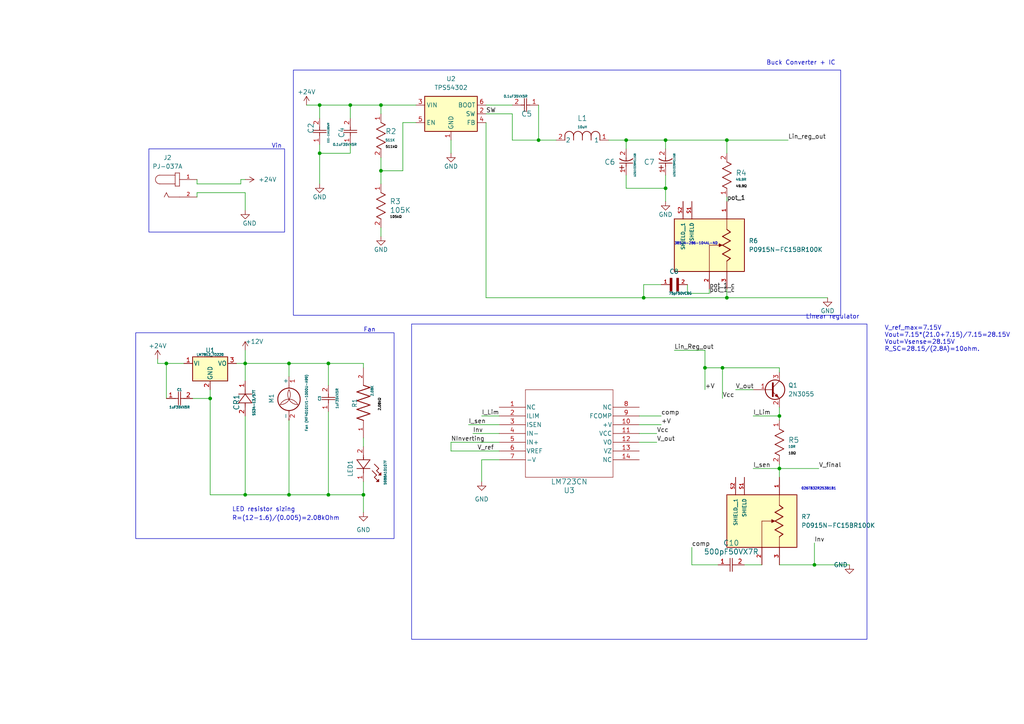
<source format=kicad_sch>
(kicad_sch (version 20230121) (generator eeschema)
  (paper "A4")
  (lib_symbols
    (symbol "2024-01-11_15-29-09:LM723CN" (pin_names (offset 0.254))
      (property "Reference" "U" (at 20.32 10.16 0))
      (property "Value" "LM723CN" (at 20.32 7.62 0))
      (symbol "LM723CN_0_1"
        (polyline (pts (xy 7.62 -20.32) (xy 33.02 -20.32)) (stroke (width 0.127)))
        (polyline (pts (xy 7.62 5.08) (xy 7.62 -20.32)) (stroke (width 0.127)))
        (polyline (pts (xy 33.02 -20.32) (xy 33.02 5.08)) (stroke (width 0.127)))
        (polyline (pts (xy 33.02 5.08) (xy 7.62 5.08)) (stroke (width 0.127)))
        (pin unspecified line (at 0 0 0) (length 7.62) (name "NC") (number "1"))
        (pin power_in line (at 40.64 -5.08 180) (length 7.62) (name "+V") (number "10"))
        (pin power_in line (at 40.64 -7.62 180) (length 7.62) (name "VCC") (number "11"))
        (pin output line (at 40.64 -10.16 180) (length 7.62) (name "VO") (number "12"))
        (pin unspecified line (at 40.64 -12.7 180) (length 7.62) (name "VZ") (number "13"))
        (pin unspecified line (at 40.64 -15.24 180) (length 7.62) (name "NC") (number "14"))
        (pin input line (at 0 -2.54 0) (length 7.62) (name "ILIM") (number "2"))
        (pin unspecified line (at 0 -5.08 0) (length 7.62) (name "ISEN") (number "3"))
        (pin input line (at 0 -7.62 0) (length 7.62) (name "IN-") (number "4"))
        (pin input line (at 0 -10.16 0) (length 7.62) (name "IN+") (number "5"))
        (pin output line (at 0 -12.7 0) (length 7.62) (name "VREF") (number "6"))
        (pin power_in line (at 0 -15.24 0) (length 7.62) (name "-V") (number "7"))
        (pin unspecified line (at 40.64 0 180) (length 7.62) (name "NC") (number "8"))
        (pin unspecified line (at 40.64 -2.54 180) (length 7.62) (name "FCOMP") (number "9"))
      )
    )
    (symbol "2024-01-12_20-03-25:SS34-E3_57T" (pin_names (offset 0.254))
      (property "Reference" "CR" (at 5.08 4.445 0))
      (property "Value" "SS34-E3/57T" (at 5.08 -3.81 0))
      (symbol "SS34-E3_57T_1_1"
        (polyline (pts (xy 2.54 0) (xy 3.4798 0)) (stroke (width 0.2032)))
        (polyline (pts (xy 3.175 0) (xy 3.81 0)) (stroke (width 0.2032)))
        (polyline (pts (xy 3.81 -1.905) (xy 6.35 0)) (stroke (width 0.2032)))
        (polyline (pts (xy 3.81 1.905) (xy 3.81 -1.905)) (stroke (width 0.2032)))
        (polyline (pts (xy 6.35 -1.905) (xy 6.35 1.905)) (stroke (width 0.2032)))
        (polyline (pts (xy 6.35 0) (xy 3.81 1.905)) (stroke (width 0.2032)))
        (polyline (pts (xy 6.35 0) (xy 7.62 0)) (stroke (width 0.2032)))
        (pin unspecified line (at 10.16 0 180) (length 2.54) (name "") (number "1"))
        (pin unspecified line (at 0 0 0) (length 2.54) (name "") (number "2"))
      )
      (symbol "SS34-E3_57T_1_2"
        (polyline (pts (xy -1.905 3.81) (xy 1.905 3.81)) (stroke (width 0.2032)))
        (polyline (pts (xy 0 2.54) (xy 0 3.4798)) (stroke (width 0.2032)))
        (polyline (pts (xy 0 3.175) (xy 0 3.81)) (stroke (width 0.2032)))
        (polyline (pts (xy 0 6.35) (xy -1.905 3.81)) (stroke (width 0.2032)))
        (polyline (pts (xy 0 6.35) (xy 0 7.62)) (stroke (width 0.2032)))
        (polyline (pts (xy 1.905 3.81) (xy 0 6.35)) (stroke (width 0.2032)))
        (polyline (pts (xy 1.905 6.35) (xy -1.905 6.35)) (stroke (width 0.2032)))
        (pin unspecified line (at 0 10.16 270) (length 2.54) (name "") (number "1"))
        (pin unspecified line (at 0 0 90) (length 2.54) (name "") (number "2"))
      )
    )
    (symbol "2024-01-12_21-49-38:CL10A105KL8NNNC" (pin_names (offset 0.254))
      (property "Reference" "C" (at 3.81 3.81 0))
      (property "Value" "CL10A105KL8NNNC" (at 3.81 -3.81 0))
      (symbol "CL10A105KL8NNNC_1_1"
        (polyline (pts (xy 2.54 0) (xy 3.4798 0)) (stroke (width 0.2032)))
        (polyline (pts (xy 3.4798 -1.905) (xy 3.4798 1.905)) (stroke (width 0.2032)))
        (polyline (pts (xy 4.1148 -1.905) (xy 4.1148 1.905)) (stroke (width 0.2032)))
        (polyline (pts (xy 4.1148 0) (xy 5.08 0)) (stroke (width 0.2032)))
        (pin unspecified line (at 0 0 0) (length 2.54) (name "") (number "1"))
        (pin unspecified line (at 7.62 0 180) (length 2.54) (name "") (number "2"))
      )
      (symbol "CL10A105KL8NNNC_1_2"
        (polyline (pts (xy -1.905 -4.1148) (xy 1.905 -4.1148)) (stroke (width 0.2032)))
        (polyline (pts (xy -1.905 -3.4798) (xy 1.905 -3.4798)) (stroke (width 0.2032)))
        (polyline (pts (xy 0 -4.1148) (xy 0 -5.08)) (stroke (width 0.2032)))
        (polyline (pts (xy 0 -2.54) (xy 0 -3.4798)) (stroke (width 0.2032)))
        (pin unspecified line (at 0 0 270) (length 2.54) (name "") (number "1"))
        (pin unspecified line (at 0 -7.62 90) (length 2.54) (name "") (number "2"))
      )
    )
    (symbol "2024-01-12_22-04-38:5988A10107F" (pin_names (offset 0.254))
      (property "Reference" "LED" (at 5.08 -4.445 0))
      (property "Value" "5988A10107F" (at 5.08 -7.62 0))
      (symbol "5988A10107F_1_1"
        (polyline (pts (xy 2.54 0) (xy 3.4798 0)) (stroke (width 0.2032)))
        (polyline (pts (xy 3.175 0) (xy 3.81 0)) (stroke (width 0.2032)))
        (polyline (pts (xy 3.81 -1.905) (xy 6.35 0)) (stroke (width 0.2032)))
        (polyline (pts (xy 3.81 1.905) (xy 3.81 -1.905)) (stroke (width 0.2032)))
        (polyline (pts (xy 5.08 3.175) (xy 6.35 4.445)) (stroke (width 0.2032)))
        (polyline (pts (xy 6.35 -1.905) (xy 6.35 1.905)) (stroke (width 0.2032)))
        (polyline (pts (xy 6.35 0) (xy 3.81 1.905)) (stroke (width 0.2032)))
        (polyline (pts (xy 6.35 0) (xy 7.62 0)) (stroke (width 0.2032)))
        (polyline (pts (xy 6.35 4.445) (xy 6.985 3.81)) (stroke (width 0.2032)))
        (polyline (pts (xy 6.985 2.54) (xy 8.255 3.81)) (stroke (width 0.2032)))
        (polyline (pts (xy 6.985 3.81) (xy 8.255 5.08)) (stroke (width 0.2032)))
        (polyline (pts (xy 7.62 5.08) (xy 8.255 4.445)) (stroke (width 0.2032)))
        (polyline (pts (xy 8.255 3.81) (xy 8.89 3.175)) (stroke (width 0.2032)))
        (polyline (pts (xy 8.255 4.445) (xy 8.255 5.08)) (stroke (width 0.2032)))
        (polyline (pts (xy 8.255 5.08) (xy 7.62 5.08)) (stroke (width 0.2032)))
        (polyline (pts (xy 8.89 3.175) (xy 10.16 4.445)) (stroke (width 0.2032)))
        (polyline (pts (xy 9.525 4.445) (xy 10.16 3.81)) (stroke (width 0.2032)))
        (polyline (pts (xy 10.16 3.81) (xy 10.16 4.445)) (stroke (width 0.2032)))
        (polyline (pts (xy 10.16 4.445) (xy 9.525 4.445)) (stroke (width 0.2032)))
        (pin unspecified line (at 10.16 0 180) (length 2.54) (name "") (number "1"))
        (pin unspecified line (at 0 0 0) (length 2.54) (name "") (number "2"))
      )
      (symbol "5988A10107F_1_2"
        (polyline (pts (xy -5.08 7.62) (xy -4.445 8.255)) (stroke (width 0.2032)))
        (polyline (pts (xy -5.08 8.255) (xy -5.08 7.62)) (stroke (width 0.2032)))
        (polyline (pts (xy -4.445 6.35) (xy -3.81 6.985)) (stroke (width 0.2032)))
        (polyline (pts (xy -4.445 8.255) (xy -5.08 8.255)) (stroke (width 0.2032)))
        (polyline (pts (xy -4.445 9.525) (xy -3.81 10.16)) (stroke (width 0.2032)))
        (polyline (pts (xy -4.445 10.16) (xy -4.445 9.525)) (stroke (width 0.2032)))
        (polyline (pts (xy -3.81 6.985) (xy -5.08 8.255)) (stroke (width 0.2032)))
        (polyline (pts (xy -3.81 8.255) (xy -3.175 8.89)) (stroke (width 0.2032)))
        (polyline (pts (xy -3.81 10.16) (xy -4.445 10.16)) (stroke (width 0.2032)))
        (polyline (pts (xy -3.175 5.08) (xy -4.445 6.35)) (stroke (width 0.2032)))
        (polyline (pts (xy -3.175 8.89) (xy -4.445 10.16)) (stroke (width 0.2032)))
        (polyline (pts (xy -2.54 6.985) (xy -3.81 8.255)) (stroke (width 0.2032)))
        (polyline (pts (xy -1.905 3.81) (xy 1.905 3.81)) (stroke (width 0.2032)))
        (polyline (pts (xy 0 2.54) (xy 0 3.4798)) (stroke (width 0.2032)))
        (polyline (pts (xy 0 3.175) (xy 0 3.81)) (stroke (width 0.2032)))
        (polyline (pts (xy 0 6.35) (xy -1.905 3.81)) (stroke (width 0.2032)))
        (polyline (pts (xy 0 6.35) (xy 0 7.62)) (stroke (width 0.2032)))
        (polyline (pts (xy 1.905 3.81) (xy 0 6.35)) (stroke (width 0.2032)))
        (polyline (pts (xy 1.905 6.35) (xy -1.905 6.35)) (stroke (width 0.2032)))
        (pin unspecified line (at 0 10.16 270) (length 2.54) (name "") (number "1"))
        (pin unspecified line (at 0 0 90) (length 2.54) (name "") (number "2"))
      )
    )
    (symbol "2024-01-13_04-36-22:GRM033R6YA104KE14D" (pin_names (offset 0.254))
      (property "Reference" "C" (at 3.81 3.81 0))
      (property "Value" "GRM033R6YA104KE14D" (at 3.81 -3.81 0))
      (symbol "GRM033R6YA104KE14D_1_1"
        (polyline (pts (xy 2.54 0) (xy 3.4798 0)) (stroke (width 0.2032)))
        (polyline (pts (xy 3.4798 -1.905) (xy 3.4798 1.905)) (stroke (width 0.2032)))
        (polyline (pts (xy 4.1148 -1.905) (xy 4.1148 1.905)) (stroke (width 0.2032)))
        (polyline (pts (xy 4.1148 0) (xy 5.08 0)) (stroke (width 0.2032)))
        (pin unspecified line (at 0 0 0) (length 2.54) (name "") (number "1"))
        (pin unspecified line (at 7.62 0 180) (length 2.54) (name "") (number "2"))
      )
      (symbol "GRM033R6YA104KE14D_1_2"
        (polyline (pts (xy -1.905 -4.1148) (xy 1.905 -4.1148)) (stroke (width 0.2032)))
        (polyline (pts (xy -1.905 -3.4798) (xy 1.905 -3.4798)) (stroke (width 0.2032)))
        (polyline (pts (xy 0 -4.1148) (xy 0 -5.08)) (stroke (width 0.2032)))
        (polyline (pts (xy 0 -2.54) (xy 0 -3.4798)) (stroke (width 0.2032)))
        (pin unspecified line (at 0 0 270) (length 2.54) (name "") (number "1"))
        (pin unspecified line (at 0 -7.62 90) (length 2.54) (name "") (number "2"))
      )
    )
    (symbol "2024-01-13_04-51-38:RC0603FR-07105KL" (pin_names (offset 0.254))
      (property "Reference" "R" (at 5.715 3.81 0))
      (property "Value" "RC0603FR-07105KL" (at 6.35 -3.81 0))
      (symbol "RC0603FR-07105KL_1_1"
        (polyline (pts (xy 2.54 0) (xy 3.175 1.27)) (stroke (width 0.2032)))
        (polyline (pts (xy 3.175 1.27) (xy 4.445 -1.27)) (stroke (width 0.2032)))
        (polyline (pts (xy 4.445 -1.27) (xy 5.715 1.27)) (stroke (width 0.2032)))
        (polyline (pts (xy 5.715 1.27) (xy 6.985 -1.27)) (stroke (width 0.2032)))
        (polyline (pts (xy 6.985 -1.27) (xy 8.255 1.27)) (stroke (width 0.2032)))
        (polyline (pts (xy 8.255 1.27) (xy 9.525 -1.27)) (stroke (width 0.2032)))
        (polyline (pts (xy 9.525 -1.27) (xy 10.16 0)) (stroke (width 0.2032)))
        (pin unspecified line (at 12.7 0 180) (length 2.54) (name "") (number "1"))
        (pin unspecified line (at 0 0 0) (length 2.54) (name "") (number "2"))
      )
      (symbol "RC0603FR-07105KL_1_2"
        (polyline (pts (xy -1.27 3.175) (xy 1.27 4.445)) (stroke (width 0.2032)))
        (polyline (pts (xy -1.27 5.715) (xy 1.27 6.985)) (stroke (width 0.2032)))
        (polyline (pts (xy -1.27 8.255) (xy 1.27 9.525)) (stroke (width 0.2032)))
        (polyline (pts (xy 0 2.54) (xy -1.27 3.175)) (stroke (width 0.2032)))
        (polyline (pts (xy 1.27 4.445) (xy -1.27 5.715)) (stroke (width 0.2032)))
        (polyline (pts (xy 1.27 6.985) (xy -1.27 8.255)) (stroke (width 0.2032)))
        (polyline (pts (xy 1.27 9.525) (xy 0 10.16)) (stroke (width 0.2032)))
        (pin unspecified line (at 0 12.7 270) (length 2.54) (name "") (number "1"))
        (pin unspecified line (at 0 0 90) (length 2.54) (name "") (number "2"))
      )
    )
    (symbol "2024-01-13_05-33-46:AMRU00060630100MA1" (pin_names (offset 0.254))
      (property "Reference" "L" (at 6.985 5.08 0))
      (property "Value" "AMRU00060630100MA1" (at 6.985 -2.54 0))
      (symbol "AMRU00060630100MA1_1_1"
        (polyline (pts (xy 2.54 0) (xy 2.54 1.27)) (stroke (width 0.2032)))
        (polyline (pts (xy 5.08 0) (xy 5.08 1.27)) (stroke (width 0.2032)))
        (polyline (pts (xy 7.62 0) (xy 7.62 1.27)) (stroke (width 0.2032)))
        (polyline (pts (xy 10.16 0) (xy 10.16 1.27)) (stroke (width 0.2032)))
        (polyline (pts (xy 12.7 0) (xy 12.7 1.27)) (stroke (width 0.2032)))
        (arc (start 5.08 1.27) (mid 3.81 2.5345) (end 2.54 1.27) (stroke (width 0.2032)))
        (arc (start 7.62 1.27) (mid 6.35 2.5345) (end 5.08 1.27) (stroke (width 0.2032)))
        (arc (start 10.16 1.27) (mid 8.89 2.5345) (end 7.62 1.27) (stroke (width 0.2032)))
        (arc (start 12.7 1.27) (mid 11.43 2.5345) (end 10.16 1.27) (stroke (width 0.2032)))
        (pin unspecified line (at 15.24 0 180) (length 2.54) (name "1") (number "1"))
        (pin unspecified line (at 0 0 0) (length 2.54) (name "2") (number "2"))
      )
      (symbol "AMRU00060630100MA1_1_2"
        (arc (start -1.27 5.08) (mid -2.5345 3.81) (end -1.27 2.54) (stroke (width 0.2032)))
        (arc (start -1.27 7.62) (mid -2.5345 6.35) (end -1.27 5.08) (stroke (width 0.2032)))
        (arc (start -1.27 10.16) (mid -2.5345 8.89) (end -1.27 7.62) (stroke (width 0.2032)))
        (arc (start -1.27 12.7) (mid -2.5345 11.43) (end -1.27 10.16) (stroke (width 0.2032)))
        (polyline (pts (xy 0 2.54) (xy -1.27 2.54)) (stroke (width 0.2032)))
        (polyline (pts (xy 0 5.08) (xy -1.27 5.08)) (stroke (width 0.2032)))
        (polyline (pts (xy 0 7.62) (xy -1.27 7.62)) (stroke (width 0.2032)))
        (polyline (pts (xy 0 10.16) (xy -1.27 10.16)) (stroke (width 0.2032)))
        (polyline (pts (xy 0 12.7) (xy -1.27 12.7)) (stroke (width 0.2032)))
        (pin unspecified line (at 0 15.24 270) (length 2.54) (name "1") (number "1"))
        (pin unspecified line (at 0 0 90) (length 2.54) (name "2") (number "2"))
      )
    )
    (symbol "2024-01-14_16-06-42:RC0603FR-07511KL" (pin_names (offset 0.254))
      (property "Reference" "R" (at 5.715 3.81 0))
      (property "Value" "RC0603FR-07511KL" (at 6.35 -3.81 0))
      (symbol "RC0603FR-07511KL_1_1"
        (polyline (pts (xy 2.54 0) (xy 3.175 1.27)) (stroke (width 0.2032)))
        (polyline (pts (xy 3.175 1.27) (xy 4.445 -1.27)) (stroke (width 0.2032)))
        (polyline (pts (xy 4.445 -1.27) (xy 5.715 1.27)) (stroke (width 0.2032)))
        (polyline (pts (xy 5.715 1.27) (xy 6.985 -1.27)) (stroke (width 0.2032)))
        (polyline (pts (xy 6.985 -1.27) (xy 8.255 1.27)) (stroke (width 0.2032)))
        (polyline (pts (xy 8.255 1.27) (xy 9.525 -1.27)) (stroke (width 0.2032)))
        (polyline (pts (xy 9.525 -1.27) (xy 10.16 0)) (stroke (width 0.2032)))
        (pin unspecified line (at 12.7 0 180) (length 2.54) (name "") (number "1"))
        (pin unspecified line (at 0 0 0) (length 2.54) (name "") (number "2"))
      )
      (symbol "RC0603FR-07511KL_1_2"
        (polyline (pts (xy -1.27 3.175) (xy 1.27 4.445)) (stroke (width 0.2032)))
        (polyline (pts (xy -1.27 5.715) (xy 1.27 6.985)) (stroke (width 0.2032)))
        (polyline (pts (xy -1.27 8.255) (xy 1.27 9.525)) (stroke (width 0.2032)))
        (polyline (pts (xy 0 2.54) (xy -1.27 3.175)) (stroke (width 0.2032)))
        (polyline (pts (xy 1.27 4.445) (xy -1.27 5.715)) (stroke (width 0.2032)))
        (polyline (pts (xy 1.27 6.985) (xy -1.27 8.255)) (stroke (width 0.2032)))
        (polyline (pts (xy 1.27 9.525) (xy 0 10.16)) (stroke (width 0.2032)))
        (pin unspecified line (at 0 12.7 270) (length 2.54) (name "") (number "1"))
        (pin unspecified line (at 0 0 90) (length 2.54) (name "") (number "2"))
      )
    )
    (symbol "2024-01-14_16-13-29:RC0603FR-1349R9L" (pin_names (offset 0.254))
      (property "Reference" "R" (at 5.715 3.81 0))
      (property "Value" "RC0603FR-1349R9L" (at 6.35 -3.81 0))
      (symbol "RC0603FR-1349R9L_1_1"
        (polyline (pts (xy 2.54 0) (xy 3.175 1.27)) (stroke (width 0.2032)))
        (polyline (pts (xy 3.175 1.27) (xy 4.445 -1.27)) (stroke (width 0.2032)))
        (polyline (pts (xy 4.445 -1.27) (xy 5.715 1.27)) (stroke (width 0.2032)))
        (polyline (pts (xy 5.715 1.27) (xy 6.985 -1.27)) (stroke (width 0.2032)))
        (polyline (pts (xy 6.985 -1.27) (xy 8.255 1.27)) (stroke (width 0.2032)))
        (polyline (pts (xy 8.255 1.27) (xy 9.525 -1.27)) (stroke (width 0.2032)))
        (polyline (pts (xy 9.525 -1.27) (xy 10.16 0)) (stroke (width 0.2032)))
        (pin unspecified line (at 0 0 0) (length 2.54) (name "") (number "1"))
        (pin unspecified line (at 12.7 0 180) (length 2.54) (name "") (number "2"))
      )
      (symbol "RC0603FR-1349R9L_1_2"
        (polyline (pts (xy -1.27 3.175) (xy 1.27 4.445)) (stroke (width 0.2032)))
        (polyline (pts (xy -1.27 5.715) (xy 1.27 6.985)) (stroke (width 0.2032)))
        (polyline (pts (xy -1.27 8.255) (xy 1.27 9.525)) (stroke (width 0.2032)))
        (polyline (pts (xy 0 2.54) (xy -1.27 3.175)) (stroke (width 0.2032)))
        (polyline (pts (xy 1.27 4.445) (xy -1.27 5.715)) (stroke (width 0.2032)))
        (polyline (pts (xy 1.27 6.985) (xy -1.27 8.255)) (stroke (width 0.2032)))
        (polyline (pts (xy 1.27 9.525) (xy 0 10.16)) (stroke (width 0.2032)))
        (pin unspecified line (at 0 12.7 270) (length 2.54) (name "") (number "1"))
        (pin unspecified line (at 0 0 90) (length 2.54) (name "") (number "2"))
      )
    )
    (symbol "2024-01-14_22-06-53:RC0603FR-0710RL" (pin_names (offset 0.254))
      (property "Reference" "R" (at 5.715 3.81 0))
      (property "Value" "RC0603FR-0710RL" (at 6.35 -3.81 0))
      (symbol "RC0603FR-0710RL_1_1"
        (polyline (pts (xy 2.54 0) (xy 3.175 1.27)) (stroke (width 0.2032)))
        (polyline (pts (xy 3.175 1.27) (xy 4.445 -1.27)) (stroke (width 0.2032)))
        (polyline (pts (xy 4.445 -1.27) (xy 5.715 1.27)) (stroke (width 0.2032)))
        (polyline (pts (xy 5.715 1.27) (xy 6.985 -1.27)) (stroke (width 0.2032)))
        (polyline (pts (xy 6.985 -1.27) (xy 8.255 1.27)) (stroke (width 0.2032)))
        (polyline (pts (xy 8.255 1.27) (xy 9.525 -1.27)) (stroke (width 0.2032)))
        (polyline (pts (xy 9.525 -1.27) (xy 10.16 0)) (stroke (width 0.2032)))
        (pin unspecified line (at 12.7 0 180) (length 2.54) (name "") (number "1"))
        (pin unspecified line (at 0 0 0) (length 2.54) (name "") (number "2"))
      )
      (symbol "RC0603FR-0710RL_1_2"
        (polyline (pts (xy -1.27 3.175) (xy 1.27 4.445)) (stroke (width 0.2032)))
        (polyline (pts (xy -1.27 5.715) (xy 1.27 6.985)) (stroke (width 0.2032)))
        (polyline (pts (xy -1.27 8.255) (xy 1.27 9.525)) (stroke (width 0.2032)))
        (polyline (pts (xy 0 2.54) (xy -1.27 3.175)) (stroke (width 0.2032)))
        (polyline (pts (xy 1.27 4.445) (xy -1.27 5.715)) (stroke (width 0.2032)))
        (polyline (pts (xy 1.27 6.985) (xy -1.27 8.255)) (stroke (width 0.2032)))
        (polyline (pts (xy 1.27 9.525) (xy 0 10.16)) (stroke (width 0.2032)))
        (pin unspecified line (at 0 12.7 270) (length 2.54) (name "") (number "1"))
        (pin unspecified line (at 0 0 90) (length 2.54) (name "") (number "2"))
      )
    )
    (symbol "2024-01-19_17-29-39:UZG1V220MCL1GB" (pin_names (offset 0.254))
      (property "Reference" "C" (at 3.81 3.81 0))
      (property "Value" "UZG1V220MCL1GB" (at 3.81 -3.81 0))
      (symbol "UZG1V220MCL1GB_1_1"
        (polyline (pts (xy 1.5748 1.27) (xy 2.8448 1.27)) (stroke (width 0.2032)))
        (polyline (pts (xy 2.2098 0.635) (xy 2.2098 1.905)) (stroke (width 0.2032)))
        (polyline (pts (xy 2.54 0) (xy 3.4798 0)) (stroke (width 0.2032)))
        (polyline (pts (xy 3.4798 -1.905) (xy 3.4798 1.905)) (stroke (width 0.2032)))
        (polyline (pts (xy 4.1148 0) (xy 5.08 0)) (stroke (width 0.2032)))
        (arc (start 4.7541 1.9108) (mid 4.1148 0) (end 4.7541 -1.9108) (stroke (width 0.254)))
        (pin unspecified line (at 0 0 0) (length 2.54) (name "") (number "1"))
        (pin unspecified line (at 7.62 0 180) (length 2.54) (name "") (number "2"))
      )
      (symbol "UZG1V220MCL1GB_1_2"
        (polyline (pts (xy -1.905 -3.4798) (xy 1.905 -3.4798)) (stroke (width 0.2032)))
        (polyline (pts (xy 0 -4.1148) (xy 0 -5.08)) (stroke (width 0.2032)))
        (polyline (pts (xy 0 -2.54) (xy 0 -3.4798)) (stroke (width 0.2032)))
        (polyline (pts (xy 0.635 -2.2098) (xy 1.905 -2.2098)) (stroke (width 0.2032)))
        (polyline (pts (xy 1.27 -1.5748) (xy 1.27 -2.8448)) (stroke (width 0.2032)))
        (arc (start 1.9108 -4.7541) (mid 0 -4.1148) (end -1.9108 -4.7541) (stroke (width 0.254)))
        (pin unspecified line (at 0 -7.62 90) (length 2.54) (name "") (number "1"))
        (pin unspecified line (at 0 0 270) (length 2.54) (name "") (number "2"))
      )
    )
    (symbol "2024-01-19_17-32-47:EEE-1VA100WR" (pin_names (offset 0.254))
      (property "Reference" "C" (at 3.81 3.81 0))
      (property "Value" "EEE-1VA100WR" (at 3.81 -3.81 0))
      (symbol "EEE-1VA100WR_1_1"
        (polyline (pts (xy 2.54 0) (xy 3.4798 0)) (stroke (width 0.2032)))
        (polyline (pts (xy 3.4798 -1.905) (xy 3.4798 1.905)) (stroke (width 0.2032)))
        (polyline (pts (xy 4.1148 -1.905) (xy 4.1148 1.905)) (stroke (width 0.2032)))
        (polyline (pts (xy 4.1148 0) (xy 5.08 0)) (stroke (width 0.2032)))
        (pin unspecified line (at 0 0 0) (length 2.54) (name "") (number "1"))
        (pin unspecified line (at 7.62 0 180) (length 2.54) (name "") (number "2"))
      )
      (symbol "EEE-1VA100WR_1_2"
        (polyline (pts (xy -1.905 -4.1148) (xy 1.905 -4.1148)) (stroke (width 0.2032)))
        (polyline (pts (xy -1.905 -3.4798) (xy 1.905 -3.4798)) (stroke (width 0.2032)))
        (polyline (pts (xy 0 -4.1148) (xy 0 -5.08)) (stroke (width 0.2032)))
        (polyline (pts (xy 0 -2.54) (xy 0 -3.4798)) (stroke (width 0.2032)))
        (pin unspecified line (at 0 0 270) (length 2.54) (name "") (number "1"))
        (pin unspecified line (at 0 -7.62 90) (length 2.54) (name "") (number "2"))
      )
    )
    (symbol "2024-01-20_01-26-05:CC0603KRX7R9BB501" (pin_names (offset 0.254))
      (property "Reference" "C" (at 3.81 3.81 0))
      (property "Value" "CC0603KRX7R9BB501" (at 3.81 -3.81 0))
      (symbol "CC0603KRX7R9BB501_1_1"
        (polyline (pts (xy 2.54 0) (xy 3.4798 0)) (stroke (width 0.2032)))
        (polyline (pts (xy 3.4798 -1.905) (xy 3.4798 1.905)) (stroke (width 0.2032)))
        (polyline (pts (xy 4.1148 -1.905) (xy 4.1148 1.905)) (stroke (width 0.2032)))
        (polyline (pts (xy 4.1148 0) (xy 5.08 0)) (stroke (width 0.2032)))
        (pin unspecified line (at 0 0 0) (length 2.54) (name "") (number "1"))
        (pin unspecified line (at 7.62 0 180) (length 2.54) (name "") (number "2"))
      )
      (symbol "CC0603KRX7R9BB501_1_2"
        (polyline (pts (xy -1.905 -4.1148) (xy 1.905 -4.1148)) (stroke (width 0.2032)))
        (polyline (pts (xy -1.905 -3.4798) (xy 1.905 -3.4798)) (stroke (width 0.2032)))
        (polyline (pts (xy 0 -4.1148) (xy 0 -5.08)) (stroke (width 0.2032)))
        (polyline (pts (xy 0 -2.54) (xy 0 -3.4798)) (stroke (width 0.2032)))
        (pin unspecified line (at 0 0 270) (length 2.54) (name "") (number "1"))
        (pin unspecified line (at 0 -7.62 90) (length 2.54) (name "") (number "2"))
      )
    )
    (symbol "GRM0335C1H750JA01D:GRM0335C1H750JA01D" (pin_names (offset 1.016))
      (property "Reference" "C" (at 0 3.8109 0))
      (property "Value" "GRM0335C1H750JA01D" (at 0 -5.0885 0))
      (symbol "GRM0335C1H750JA01D_0_0"
        (rectangle (start 0 -1.9069) (end 0.635 1.905) (stroke (width 0.1)) (fill (type outline)))
        (rectangle (start 1.9069 -1.9069) (end 2.54 1.905) (stroke (width 0.1)) (fill (type outline)))
        (pin passive line (at -2.54 0 0) (length 2.54) (name "~") (number "1"))
        (pin passive line (at 5.08 0 180) (length 2.54) (name "~") (number "2"))
      )
    )
    (symbol "Motor:Fan" (pin_names (offset 0))
      (property "Reference" "M" (at 2.54 5.08 0))
      (property "Value" "Fan" (at 2.54 -2.54 0))
      (symbol "Fan_0_1"
        (arc (start -2.54 -0.508) (mid 0.0028 0.9121) (end 0 3.81))
        (polyline (pts (xy 0 -5.08) (xy 0 -4.572)))
        (polyline (pts (xy 0 -2.2352) (xy 0 -2.6416)))
        (polyline (pts (xy 0 4.2672) (xy 0 4.6228)))
        (polyline (pts (xy 0 4.572) (xy 0 5.08)))
        (circle (center 0 1.016) (radius 3.2512) (stroke (width 0.254)))
        (arc (start 0 3.81) (mid 0.053 0.921) (end 2.54 -0.508))
        (arc (start 2.54 -0.508) (mid 0 1.0618) (end -2.54 -0.508))
      )
      (symbol "Fan_1_1"
        (pin passive line (at 0 7.62 270) (length 2.54) (name "+") (number "1"))
        (pin passive line (at 0 -5.08 90) (length 2.54) (name "-") (number "2"))
      )
    )
    (symbol "P0915N-FC15BR100K:P0915N-FC15BR100K" (pin_names (offset 1.016))
      (property "Reference" "R" (at -7.62 8.89 0))
      (property "Value" "P0915N-FC15BR100K" (at -7.62 -13.97 0))
      (symbol "P0915N-FC15BR100K_0_0"
        (rectangle (start -7.62 -12.7) (end 7.62 7.62) (stroke (width 0.254)) (fill (type background)))
        (polyline (pts (xy -7.62 2.54) (xy -4.572 2.54)) (stroke (width 0.1524)))
        (polyline (pts (xy -4.572 2.54) (xy -3.81 3.556)) (stroke (width 0.254)))
        (polyline (pts (xy -3.81 3.556) (xy -2.54 1.27)) (stroke (width 0.254)))
        (polyline (pts (xy -2.54 1.27) (xy -1.27 3.556)) (stroke (width 0.254)))
        (polyline (pts (xy -1.27 3.556) (xy 0 1.27)) (stroke (width 0.254)))
        (polyline (pts (xy 0 -2.54) (xy 0 0.254)) (stroke (width 0.1524)))
        (polyline (pts (xy 0 1.27) (xy 1.27 3.556)) (stroke (width 0.254)))
        (polyline (pts (xy 1.27 3.556) (xy 2.54 1.27)) (stroke (width 0.254)))
        (polyline (pts (xy 2.54 1.27) (xy 3.81 3.556)) (stroke (width 0.254)))
        (polyline (pts (xy 3.81 3.556) (xy 4.572 2.54)) (stroke (width 0.254)))
        (polyline (pts (xy 4.572 2.54) (xy 7.62 2.54)) (stroke (width 0.1524)))
        (polyline (pts (xy 7.62 -2.54) (xy 0 -2.54)) (stroke (width 0.1524)))
        (polyline (pts (xy -0.508 0.254) (xy 0.508 0.254) (xy 0 1.27) (xy -0.508 0.254)) (stroke (width 0.0254)) (fill (type outline)))
        (pin passive line (at -12.7 2.54 0) (length 5.08) (name "~") (number "1"))
        (pin passive line (at 12.7 -2.54 180) (length 5.08) (name "~") (number "2"))
        (pin passive line (at 12.7 2.54 180) (length 5.08) (name "~") (number "3"))
        (pin passive line (at -12.7 -7.62 0) (length 5.08) (name "SHIELD") (number "S1"))
        (pin passive line (at -12.7 -10.16 0) (length 5.08) (name "SHIELD__1") (number "S2"))
      )
    )
    (symbol "PJ-037A:PJ-037A" (pin_names (offset 1.016))
      (property "Reference" "J" (at -7.6261 5.0841 0))
      (property "Value" "PJ-037A" (at -7.6324 -5.0882 0))
      (symbol "PJ-037A_0_0"
        (arc (start -5.715 3.81) (mid -6.9795 2.54) (end -5.715 1.27) (stroke (width 0.1524)))
        (polyline (pts (xy -5.715 3.81) (xy -1.27 3.81)) (stroke (width 0.1524)))
        (polyline (pts (xy -3.81 -1.27) (xy -4.445 -2.54)) (stroke (width 0.1524)))
        (polyline (pts (xy -3.175 -2.54) (xy -3.81 -1.27)) (stroke (width 0.1524)))
        (polyline (pts (xy -1.27 0.635) (xy 0 0.635)) (stroke (width 0.1524)))
        (polyline (pts (xy -1.27 1.27) (xy -5.715 1.27)) (stroke (width 0.1524)))
        (polyline (pts (xy -1.27 1.27) (xy -1.27 0.635)) (stroke (width 0.1524)))
        (polyline (pts (xy -1.27 3.81) (xy -1.27 1.27)) (stroke (width 0.1524)))
        (polyline (pts (xy -1.27 4.445) (xy -1.27 3.81)) (stroke (width 0.1524)))
        (polyline (pts (xy 0 -2.54) (xy -3.175 -2.54)) (stroke (width 0.1524)))
        (polyline (pts (xy 0 0.635) (xy 0 4.445)) (stroke (width 0.1524)))
        (polyline (pts (xy 0 4.445) (xy -1.27 4.445)) (stroke (width 0.1524)))
        (pin passive line (at 5.08 2.54 180) (length 5.08) (name "~") (number "1"))
        (pin passive line (at 5.08 -2.54 180) (length 5.08) (name "~") (number "2"))
      )
    )
    (symbol "RN73R2ATTD2081A10:RN73R2ATTD2081A10" (pin_names (offset 1.016))
      (property "Reference" "R" (at -7.6244 2.5415 0))
      (property "Value" "RN73R2ATTD2081A10" (at -7.63 -5.0866 0))
      (symbol "RN73R2ATTD2081A10_0_0"
        (polyline (pts (xy -5.08 0) (xy -4.445 1.905)) (stroke (width 0.254)))
        (polyline (pts (xy -4.445 1.905) (xy -3.175 -1.905)) (stroke (width 0.254)))
        (polyline (pts (xy -3.175 -1.905) (xy -1.905 1.905)) (stroke (width 0.254)))
        (polyline (pts (xy -1.905 1.905) (xy -0.635 -1.905)) (stroke (width 0.254)))
        (polyline (pts (xy -0.635 -1.905) (xy 0.635 1.905)) (stroke (width 0.254)))
        (polyline (pts (xy 0.635 1.905) (xy 1.905 -1.905)) (stroke (width 0.254)))
        (polyline (pts (xy 1.905 -1.905) (xy 3.175 1.905)) (stroke (width 0.254)))
        (polyline (pts (xy 3.175 1.905) (xy 4.445 -1.905)) (stroke (width 0.254)))
        (polyline (pts (xy 4.445 -1.905) (xy 5.08 0)) (stroke (width 0.254)))
        (pin passive line (at -10.16 0 0) (length 5.08) (name "~") (number "1"))
        (pin passive line (at 10.16 0 180) (length 5.08) (name "~") (number "2"))
      )
    )
    (symbol "Regulator_Linear:LM7812_TO220" (pin_names (offset 0.254))
      (property "Reference" "U" (at -3.81 3.175 0))
      (property "Value" "LM7812_TO220" (at 0 3.175 0))
      (symbol "LM7812_TO220_0_1"
        (rectangle (start -5.08 1.905) (end 5.08 -5.08) (stroke (width 0.254)) (fill (type background)))
      )
      (symbol "LM7812_TO220_1_1"
        (pin power_in line (at -7.62 0 0) (length 2.54) (name "VI") (number "1"))
        (pin power_in line (at 0 -7.62 90) (length 2.54) (name "GND") (number "2"))
        (pin power_out line (at 7.62 0 180) (length 2.54) (name "VO") (number "3"))
      )
    )
    (symbol "Regulator_Switching:TPS54302"
      (property "Reference" "U" (at -7.62 6.35 0))
      (property "Value" "TPS54302" (at 0 6.35 0))
      (symbol "TPS54302_0_1"
        (rectangle (start -7.62 5.08) (end 7.62 -5.08) (stroke (width 0.254)) (fill (type background)))
      )
      (symbol "TPS54302_1_1"
        (pin power_in line (at 0 -7.62 90) (length 2.54) (name "GND") (number "1"))
        (pin power_out line (at 10.16 0 180) (length 2.54) (name "SW") (number "2"))
        (pin power_in line (at -10.16 2.54 0) (length 2.54) (name "VIN") (number "3"))
        (pin input line (at 10.16 -2.54 180) (length 2.54) (name "FB") (number "4"))
        (pin input line (at -10.16 -2.54 0) (length 2.54) (name "EN") (number "5"))
        (pin passive line (at 10.16 2.54 180) (length 2.54) (name "BOOT") (number "6"))
      )
    )
    (symbol "Transistor_BJT:2N3055" (pin_names (offset 0) hide)
      (property "Reference" "Q" (at 5.08 1.905 0))
      (property "Value" "2N3055" (at 5.08 0 0))
      (symbol "2N3055_0_1"
        (polyline (pts (xy 0.635 0.635) (xy 2.54 2.54)))
        (polyline (pts (xy 0.635 -0.635) (xy 2.54 -2.54) (xy 2.54 -2.54)))
        (polyline (pts (xy 0.635 1.905) (xy 0.635 -1.905) (xy 0.635 -1.905)) (stroke (width 0.508)))
        (polyline (pts (xy 1.27 -1.778) (xy 1.778 -1.27) (xy 2.286 -2.286) (xy 1.27 -1.778) (xy 1.27 -1.778)) (fill (type outline)))
        (circle (center 1.27 0) (radius 2.8194) (stroke (width 0.254)))
      )
      (symbol "2N3055_1_1"
        (pin input line (at -5.08 0 0) (length 5.715) (name "B") (number "1"))
        (pin passive line (at 2.54 -5.08 90) (length 2.54) (name "E") (number "2"))
        (pin passive line (at 2.54 5.08 270) (length 2.54) (name "C") (number "3"))
      )
    )
    (symbol "power:+12V" (power) (pin_names (offset 0))
      (property "Value" "+12V" (at 0 3.556 0))
      (symbol "+12V_0_1"
        (polyline (pts (xy -0.762 1.27) (xy 0 2.54)))
        (polyline (pts (xy 0 0) (xy 0 2.54)))
        (polyline (pts (xy 0 2.54) (xy 0.762 1.27)))
      )
      (symbol "+12V_1_1"
        (pin power_in line (at 0 0 90) (length 0) hide (name "+12V") (number "1"))
      )
    )
    (symbol "power:+24V" (power) (pin_names (offset 0))
      (property "Value" "+24V" (at 0 3.556 0))
      (symbol "+24V_0_1"
        (polyline (pts (xy -0.762 1.27) (xy 0 2.54)))
        (polyline (pts (xy 0 0) (xy 0 2.54)))
        (polyline (pts (xy 0 2.54) (xy 0.762 1.27)))
      )
      (symbol "+24V_1_1"
        (pin power_in line (at 0 0 90) (length 0) hide (name "+24V") (number "1"))
      )
    )
    (symbol "power:GND" (power) (pin_names (offset 0))
      (property "Value" "GND" (at 0 -3.81 0))
      (symbol "GND_0_1"
        (polyline (pts (xy 0 0) (xy 0 -1.27) (xy 1.27 -1.27) (xy 0 -2.54) (xy -1.27 -1.27) (xy 0 -1.27)))
      )
      (symbol "GND_1_1"
        (pin power_in line (at 0 0 270) (length 0) hide (name "GND") (number "1"))
      )
    )
  )
  (junction (at 110.49 49.53))
  (junction (at 101.6 30.48))
  (junction (at 186.69 86.36))
  (junction (at 209.55 106.68))
  (junction (at 181.61 40.64))
  (junction (at 193.04 40.64))
  (junction (at 71.12 105.41))
  (junction (at 210.82 86.36))
  (junction (at 156.21 40.64))
  (junction (at 105.41 143.51))
  (junction (at 204.47 106.68))
  (junction (at 226.06 135.89))
  (junction (at 210.82 40.64))
  (junction (at 95.25 143.51))
  (junction (at 83.82 143.51))
  (junction (at 95.25 105.41))
  (junction (at 92.71 30.48))
  (junction (at 236.22 163.83))
  (junction (at 60.96 115.57))
  (junction (at 48.26 105.41))
  (junction (at 193.04 54.61))
  (junction (at 226.06 120.65))
  (junction (at 92.71 44.45))
  (junction (at 110.49 30.48))
  (junction (at 71.12 143.51))
  (junction (at 83.82 105.41))
  (wire (pts (xy 181.61 50.8) (xy 181.61 54.61)))
  (wire (pts (xy 130.81 128.27) (xy 130.81 130.81)))
  (wire (pts (xy 186.69 86.36) (xy 210.82 86.36)))
  (wire (pts (xy 60.96 115.57) (xy 55.88 115.57)))
  (wire (pts (xy 60.96 115.57) (xy 60.96 143.51)))
  (wire (pts (xy 140.97 86.36) (xy 186.69 86.36)))
  (wire (pts (xy 205.74 85.09) (xy 205.74 83.82)))
  (wire (pts (xy 210.82 86.36) (xy 210.82 83.82)))
  (wire (pts (xy 204.47 101.6) (xy 204.47 106.68)))
  (wire (pts (xy 92.71 44.45) (xy 101.6 44.45)))
  (wire (pts (xy 105.41 106.68) (xy 105.41 105.41)))
  (wire (pts (xy 105.41 143.51) (xy 105.41 148.59)))
  (wire (pts (xy 199.39 85.09) (xy 205.74 85.09)))
  (wire (pts (xy 83.82 105.41) (xy 83.82 109.22)))
  (wire (pts (xy 101.6 30.48) (xy 101.6 34.29)))
  (wire (pts (xy 193.04 54.61) (xy 193.04 58.42)))
  (wire (pts (xy 226.06 135.89) (xy 226.06 138.43)))
  (wire (pts (xy 69.85 52.07) (xy 71.12 52.07)))
  (wire (pts (xy 57.15 55.88) (xy 57.15 57.15)))
  (wire (pts (xy 105.41 139.7) (xy 105.41 143.51)))
  (wire (pts (xy 57.15 53.34) (xy 57.15 52.07)))
  (wire (pts (xy 130.81 130.81) (xy 144.78 130.81)))
  (wire (pts (xy 191.77 82.55) (xy 186.69 82.55)))
  (wire (pts (xy 210.82 58.42) (xy 210.82 57.15)))
  (wire (pts (xy 83.82 105.41) (xy 95.25 105.41)))
  (wire (pts (xy 57.15 55.88) (xy 71.12 55.88)))
  (wire (pts (xy 71.12 120.65) (xy 71.12 143.51)))
  (wire (pts (xy 120.65 35.56) (xy 116.84 35.56)))
  (wire (pts (xy 45.72 105.41) (xy 48.26 105.41)))
  (wire (pts (xy 226.06 106.68) (xy 226.06 107.95)))
  (wire (pts (xy 176.53 40.64) (xy 181.61 40.64)))
  (wire (pts (xy 144.78 133.35) (xy 139.7 133.35)))
  (wire (pts (xy 71.12 105.41) (xy 71.12 110.49)))
  (wire (pts (xy 226.06 120.65) (xy 226.06 121.92)))
  (wire (pts (xy 181.61 54.61) (xy 193.04 54.61)))
  (wire (pts (xy 181.61 40.64) (xy 193.04 40.64)))
  (wire (pts (xy 213.36 113.03) (xy 218.44 113.03)))
  (wire (pts (xy 105.41 127) (xy 105.41 129.54)))
  (wire (pts (xy 88.9 30.48) (xy 92.71 30.48)))
  (wire (pts (xy 110.49 45.72) (xy 110.49 49.53)))
  (wire (pts (xy 140.97 33.02) (xy 148.59 33.02)))
  (wire (pts (xy 246.38 163.83) (xy 236.22 163.83)))
  (wire (pts (xy 181.61 40.64) (xy 181.61 43.18)))
  (wire (pts (xy 95.25 143.51) (xy 105.41 143.51)))
  (wire (pts (xy 185.42 120.65) (xy 191.77 120.65)))
  (wire (pts (xy 60.96 113.03) (xy 60.96 115.57)))
  (wire (pts (xy 193.04 40.64) (xy 193.04 43.18)))
  (wire (pts (xy 101.6 30.48) (xy 110.49 30.48)))
  (wire (pts (xy 135.89 123.19) (xy 144.78 123.19)))
  (wire (pts (xy 226.06 135.89) (xy 237.49 135.89)))
  (wire (pts (xy 210.82 40.64) (xy 210.82 44.45)))
  (wire (pts (xy 139.7 133.35) (xy 139.7 139.7)))
  (wire (pts (xy 148.59 40.64) (xy 156.21 40.64)))
  (wire (pts (xy 140.97 30.48) (xy 148.59 30.48)))
  (wire (pts (xy 210.82 86.36) (xy 240.03 86.36)))
  (wire (pts (xy 218.44 120.65) (xy 226.06 120.65)))
  (wire (pts (xy 130.81 128.27) (xy 144.78 128.27)))
  (wire (pts (xy 210.82 40.64) (xy 228.6 40.64)))
  (wire (pts (xy 95.25 105.41) (xy 95.25 111.76)))
  (wire (pts (xy 209.55 106.68) (xy 209.55 115.57)))
  (wire (pts (xy 71.12 105.41) (xy 83.82 105.41)))
  (wire (pts (xy 116.84 35.56) (xy 116.84 49.53)))
  (wire (pts (xy 57.15 53.34) (xy 69.85 53.34)))
  (wire (pts (xy 139.7 120.65) (xy 144.78 120.65)))
  (wire (pts (xy 71.12 143.51) (xy 83.82 143.51)))
  (wire (pts (xy 208.28 163.83) (xy 200.66 163.83)))
  (wire (pts (xy 83.82 121.92) (xy 83.82 143.51)))
  (wire (pts (xy 110.49 30.48) (xy 110.49 33.02)))
  (wire (pts (xy 218.44 135.89) (xy 226.06 135.89)))
  (wire (pts (xy 92.71 30.48) (xy 101.6 30.48)))
  (wire (pts (xy 215.9 163.83) (xy 220.98 163.83)))
  (wire (pts (xy 156.21 30.48) (xy 156.21 40.64)))
  (wire (pts (xy 120.65 30.48) (xy 110.49 30.48)))
  (wire (pts (xy 116.84 49.53) (xy 110.49 49.53)))
  (wire (pts (xy 156.21 40.64) (xy 161.29 40.64)))
  (wire (pts (xy 83.82 143.51) (xy 95.25 143.51)))
  (wire (pts (xy 186.69 82.55) (xy 186.69 86.36)))
  (wire (pts (xy 236.22 157.48) (xy 236.22 163.83)))
  (wire (pts (xy 185.42 123.19) (xy 191.77 123.19)))
  (wire (pts (xy 68.58 105.41) (xy 71.12 105.41)))
  (wire (pts (xy 140.97 35.56) (xy 140.97 86.36)))
  (wire (pts (xy 92.71 41.91) (xy 92.71 44.45)))
  (wire (pts (xy 199.39 85.09) (xy 199.39 82.55)))
  (wire (pts (xy 71.12 105.41) (xy 71.12 101.6)))
  (wire (pts (xy 95.25 119.38) (xy 95.25 143.51)))
  (wire (pts (xy 60.96 143.51) (xy 71.12 143.51)))
  (wire (pts (xy 101.6 44.45) (xy 101.6 41.91)))
  (wire (pts (xy 204.47 106.68) (xy 209.55 106.68)))
  (wire (pts (xy 209.55 106.68) (xy 226.06 106.68)))
  (wire (pts (xy 185.42 125.73) (xy 190.5 125.73)))
  (wire (pts (xy 226.06 134.62) (xy 226.06 135.89)))
  (wire (pts (xy 226.06 118.11) (xy 226.06 120.65)))
  (wire (pts (xy 200.66 158.75) (xy 200.66 163.83)))
  (wire (pts (xy 130.81 40.64) (xy 130.81 44.45)))
  (wire (pts (xy 185.42 128.27) (xy 190.5 128.27)))
  (wire (pts (xy 195.58 101.6) (xy 204.47 101.6)))
  (wire (pts (xy 45.72 104.14) (xy 45.72 105.41)))
  (wire (pts (xy 110.49 66.04) (xy 110.49 68.58)))
  (wire (pts (xy 69.85 53.34) (xy 69.85 52.07)))
  (wire (pts (xy 110.49 49.53) (xy 110.49 53.34)))
  (wire (pts (xy 148.59 33.02) (xy 148.59 40.64)))
  (wire (pts (xy 137.16 125.73) (xy 144.78 125.73)))
  (wire (pts (xy 48.26 105.41) (xy 53.34 105.41)))
  (wire (pts (xy 193.04 40.64) (xy 210.82 40.64)))
  (wire (pts (xy 71.12 55.88) (xy 71.12 60.96)))
  (wire (pts (xy 92.71 30.48) (xy 92.71 34.29)))
  (wire (pts (xy 95.25 105.41) (xy 105.41 105.41)))
  (wire (pts (xy 92.71 44.45) (xy 92.71 53.34)))
  (wire (pts (xy 193.04 54.61) (xy 193.04 50.8)))
  (wire (pts (xy 236.22 163.83) (xy 226.06 163.83)))
  (wire (pts (xy 48.26 105.41) (xy 48.26 115.57)))
  (wire (pts (xy 204.47 106.68) (xy 204.47 113.03)))
  (rectangle (start 85.09 20.32) (end 243.84 91.44))
  (rectangle (start 119.38 93.98) (end 251.46 185.42))
  (rectangle (start 39.37 96.52) (end 114.3 156.21))
  (rectangle (start 43.18 43.18) (end 82.55 67.31))
  (text "Buck Converter + IC\n" (at 222.25 19.05 0) (effects (font (size 1.27 1.27)) (justify left bottom)))
  (text "2.08kΩ" (at 110.49 119.38 90) (effects (font (size 0.7 0.7)) (justify left bottom)))
  (text "49.9Ω" (at 213.36 54.61 0) (effects (font (size 0.7 0.7)) (justify left bottom)))
  (text "	\n3852A-286-104AL-ND" (at 195.58 71.12 0) (effects (font (size 0.7 0.7)) (justify left bottom)))
  (text "R=(12-1.6)/(0.005)=2.08kOhm\n" (at 67.31 151.13 0) (effects (font (size 1.27 1.27)) (justify left bottom)))
  (text "105kΩ" (at 113.03 63.5 0) (effects (font (size 0.7 0.7)) (justify left bottom)))
  (text "Vin" (at 78.74 43.18 0) (effects (font (size 1.27 1.27)) (justify left bottom)))
  (text "Fan" (at 105.41 96.52 0) (effects (font (size 1.27 1.27)) (justify left bottom)))
  (text "511kΩ" (at 111.76 43.18 0) (effects (font (size 0.7 0.7)) (justify left bottom)))
  (text "LED resistor sizing\n" (at 67.31 148.59 0) (effects (font (size 1.27 1.27)) (justify left bottom)))
  (text "Linear regulator" (at 233.68 92.71 0) (effects (font (size 1.27 1.27)) (justify left bottom)))
  (text "026TB32R253B1B1" (at 242.57 142.24 0) (effects (font (size 0.7 0.7)) (justify right bottom)))
  (text "V_ref_max=7.15V\nVout=7.15*(21.0+7.15)/7.15=28.15V \nVout=Vsense=28.15V\nR_SC=28.15/(2.8A)=10ohm. \n\n" (at 256.54 104.14 0) (effects (font (size 1.27 1.27)) (justify left bottom)))
  (text "10Ω" (at 228.6 132.08 0) (effects (font (size 0.7 0.7)) (justify left bottom)))
  (label "Lin_reg_out" (at 228.6 40.64 0))
  (label "+V" (at 191.77 123.19 0))
  (label "I_Lim" (at 139.7 120.65 0))
  (label "pot_1_c" (at 205.74 85.09 0))
  (label "V_out" (at 213.36 113.03 0))
  (label "comp" (at 191.77 120.65 0))
  (label "Inv" (at 236.22 157.48 0))
  (label "pot_1" (at 210.82 58.42 0))
  (label "I_sen" (at 218.44 135.89 0))
  (label "pot_1_c" (at 205.74 83.82 0))
  (label "Vcc" (at 209.55 115.57 0))
  (label "NInverting" (at 130.81 128.27 0))
  (label "V_ref" (at 138.43 130.81 0))
  (label "+V" (at 204.47 113.03 0))
  (label "SW" (at 140.97 33.02 0))
  (label "V_final" (at 237.49 135.89 0))
  (label "I_sen" (at 135.89 123.19 0))
  (label "Inv" (at 137.16 125.73 0))
  (label "comp" (at 200.66 158.75 0))
  (label "I_Lim" (at 218.44 120.65 0))
  (label "Lin_Reg_out" (at 195.58 101.6 0))
  (label "pot_1" (at 210.82 58.42 0))
  (label "Vcc" (at 190.5 125.73 0))
  (label "V_out" (at 190.5 128.27 0))
  (symbol (lib_id "RN73R2ATTD2081A10:RN73R2ATTD2081A10") (at 105.41 116.84 90) (unit 1)
    (property "Reference" "R1" (at 102.87 115.57 0) (effects (justify right)))
    (property "Value" "2.08K" (at 107.95 111.76 0) (effects (font (size 0.7 0.7)) (justify right)))
    (property "Footprint" "Resistor_SMD:R_0603_1608Metric" (effects hide))
    (property "MF" "KOA Speer" (effects hide))
    (property "Description" "\n2.08 kOhms ±0.05% 0.125W, 1/8W Chip Resistor 0805 (2012 Metric) Automotive AEC-Q200, Moisture Resistant Thin Film\n" (effects hide))
    (property "Package" "805 KOA" (effects hide))
    (property "Price" "None" (effects hide))
    (property "SnapEDA_Link" "https://www.snapeda.com/parts/RN73R2ATTD2081A10/KOA+Speer/view-part/?ref=snap" (effects hide))
    (property "MP" "RN73R2ATTD2081A10" (effects hide))
    (property "Purchase-URL" "https://www.snapeda.com/api/url_track_click_mouser/?unipart_id=4196170&manufacturer=KOA Speer&part_name=RN73R2ATTD2081A10&search_term=rn73r2attd2081a10" (effects hide))
    (property "Availability" "In Stock" (effects hide))
    (property "Check_prices" "https://www.snapeda.com/parts/RN73R2ATTD2081A10/KOA+Speer/view-part/?ref=eda" (effects hide))
  )
  (symbol (lib_id "2024-01-12_21-49-38:CL10A105KL8NNNC") (at 48.26 115.57 0) (unit 1)
    (property "Reference" "C1" (at 52.07 113.03 0) (effects (font (size 0.7 0.7))))
    (property "Value" "1uF35VX5R" (at 52.07 118.11 0) (effects (font (size 0.7 0.7))))
    (property "Footprint" "Capacitor_SMD:C_0603_1608Metric" (effects hide))
    (property "Datasheet" "CL10A105KL8NNNC" (effects hide))
  )
  (symbol (lib_id "power:GND") (at 110.49 68.58 0) (unit 1)
    (property "Reference" "#PWR08" (effects hide))
    (property "Value" "GND" (at 110.49 72.39 0))
  )
  (symbol (lib_id "power:GND") (at 193.04 58.42 0) (unit 1)
    (property "Reference" "#PWR011" (effects hide))
    (property "Value" "GND" (at 193.04 62.23 0))
  )
  (symbol (lib_id "power:+24V") (at 88.9 30.48 0) (unit 1)
    (property "Reference" "#PWR05" (effects hide))
    (property "Value" "+24V" (at 88.9 26.67 0))
  )
  (symbol (lib_id "2024-01-14_16-06-42:RC0603FR-07511KL") (at 110.49 45.72 90) (unit 1)
    (property "Reference" "R2" (at 111.76 38.1 90) (effects (font (size 1.524 1.524)) (justify right)))
    (property "Value" "511K" (at 111.76 40.64 90) (effects (font (size 0.7 0.7)) (justify right)))
    (property "Footprint" "RC0603N_YAG" (effects hide))
    (property "Datasheet" "RC0603FR-07511KL" (effects hide))
  )
  (symbol (lib_id "2024-01-13_04-51-38:RC0603FR-07105KL") (at 110.49 66.04 90) (unit 1)
    (property "Reference" "R3" (at 113.03 58.42 90) (effects (font (size 1.524 1.524)) (justify right)))
    (property "Value" "105K" (at 113.03 60.96 90) (effects (font (size 1.524 1.524)) (justify right)))
    (property "Footprint" "RC0603N_YAG" (effects hide))
    (property "Datasheet" "RC0603FR-07105KL" (effects hide))
  )
  (symbol (lib_id "power:+24V") (at 45.72 104.14 0) (unit 1)
    (property "Reference" "#PWR01" (effects hide))
    (property "Value" "+24V" (at 45.72 100.33 0))
  )
  (symbol (lib_id "2024-01-13_04-36-22:GRM033R6YA104KE14D") (at 101.6 41.91 90) (unit 1)
    (property "Reference" "C4" (at 99.06 36.83 0) (effects (font (size 1.524 1.524)) (justify right)))
    (property "Value" "0.1uF35VX5R" (at 96.52 41.91 90) (effects (font (size 0.7 0.7)) (justify right)))
    (property "Footprint" "Capacitor_SMD:C_0603_1608Metric" (effects hide))
    (property "Datasheet" "GRM033R6YA104KE14D" (effects hide))
  )
  (symbol (lib_id "2024-01-19_17-29-39:UZG1V220MCL1GB") (at 181.61 50.8 90) (unit 1)
    (property "Reference" "C6" (at 175.26 46.99 90) (effects (font (size 1.524 1.524)) (justify right)))
    (property "Value" "UZG1V220MCL1GB" (at 184.15 44.45 0) (effects (font (size 0.5 0.5)) (justify right)))
    (property "Footprint" "Capacitor_SMD:CP_Elec_5x5.3" (effects hide))
    (property "Datasheet" "UZG1V220MCL1GB" (effects hide))
  )
  (symbol (lib_id "2024-01-13_05-33-46:AMRU00060630100MA1") (at 161.29 40.64 0) (unit 1)
    (property "Reference" "L1" (at 168.91 34.29 0) (effects (font (size 1.524 1.524))))
    (property "Value" "10uH" (at 168.91 36.83 0) (effects (font (size 0.7 0.7))))
    (property "Footprint" "IND_AMRU00060630100MA1_CHE" (effects hide))
    (property "Datasheet" "AMRU00060630100MA1" (effects hide))
  )
  (symbol (lib_id "power:GND") (at 130.81 44.45 0) (unit 1)
    (property "Reference" "#PWR09" (effects hide))
    (property "Value" "GND" (at 130.81 48.26 0))
  )
  (symbol (lib_id "2024-01-14_16-13-29:RC0603FR-1349R9L") (at 210.82 57.15 90) (unit 1)
    (property "Reference" "R4" (at 213.36 50.165 90) (effects (font (size 1.524 1.524)) (justify right)))
    (property "Value" "49.9R" (at 213.36 52.07 90) (effects (font (size 0.7 0.7)) (justify right)))
    (property "Footprint" "RES_RC0603_YAG" (effects hide))
    (property "Datasheet" "RC0603FR-1349R9L" (effects hide))
  )
  (symbol (lib_id "P0915N-FC15BR100K:P0915N-FC15BR100K") (at 208.28 71.12 270) (unit 1)
    (property "Reference" "R6" (at 217.17 69.85 90) (effects (justify left)))
    (property "Value" "P0915N-FC15BR100K" (at 217.17 72.39 90) (effects (justify left)))
    (property "Footprint" "Library:TRIM_P0915N-FC15BR100K" (effects hide))
    (property "PARTREV" "Issue B 04/2019" (effects hide))
    (property "STANDARD" "Manufacturer Recommendations" (effects hide))
    (property "MAXIMUM_PACKAGE_HEIGHT" "26 mm" (effects hide))
    (property "MANUFACTURER" "TT Electronics/BI" (effects hide))
  )
  (symbol (lib_id "2024-01-20_01-26-05:CC0603KRX7R9BB501") (at 208.28 163.83 0) (unit 1)
    (property "Reference" "C10" (at 212.09 157.48 0) (effects (font (size 1.524 1.524))))
    (property "Value" "500pF50VX7R" (at 212.09 160.02 0) (effects (font (size 1.524 1.524))))
    (property "Footprint" "Capacitor_SMD:C_0603_1608Metric" (effects hide))
    (property "Datasheet" "CC0603KRX7R9BB501" (effects hide))
  )
  (symbol (lib_id "2024-01-14_22-06-53:RC0603FR-0710RL") (at 226.06 134.62 90) (unit 1)
    (property "Reference" "R5" (at 228.6 127.635 90) (effects (font (size 1.524 1.524)) (justify right)))
    (property "Value" "10R" (at 228.6 129.54 90) (effects (font (size 0.7 0.7)) (justify right)))
    (property "Footprint" "RC0603N_YAG" (effects hide))
    (property "Datasheet" "RC0603FR-0710RL" (effects hide))
  )
  (symbol (lib_id "P0915N-FC15BR100K:P0915N-FC15BR100K") (at 223.52 151.13 270) (unit 1)
    (property "Reference" "R7" (at 232.41 149.86 90) (effects (justify left)))
    (property "Value" "P0915N-FC15BR100K" (at 232.41 152.4 90) (effects (justify left)))
    (property "Footprint" "Library:TRIM_P0915N-FC15BR100K" (effects hide))
    (property "PARTREV" "Issue B 04/2019" (effects hide))
    (property "STANDARD" "Manufacturer Recommendations" (effects hide))
    (property "MAXIMUM_PACKAGE_HEIGHT" "26 mm" (effects hide))
    (property "MANUFACTURER" "TT Electronics/BI" (effects hide))
  )
  (symbol (lib_id "GRM0335C1H750JA01D:GRM0335C1H750JA01D") (at 194.31 82.55 0) (unit 1)
    (property "Reference" "C8" (at 196.85 78.74 0) (effects (justify right)))
    (property "Value" "75pF50VC0G" (at 200.66 85.09 0) (effects (font (size 0.7 0.7)) (justify right)))
    (property "Footprint" "Capacitor_SMD:C_0603_1608Metric" (effects hide))
    (property "MF" "Murata" (effects hide))
    (property "Description" "\nSMD capacitor C0G(EIA) with capacitance 75pF Tol.5%. Rated voltage 50Vdc 125C\n" (effects hide))
    (property "Package" "0603 Taiyo Yuden" (effects hide))
    (property "Price" "None" (effects hide))
    (property "SnapEDA_Link" "https://www.snapeda.com/parts/GRM0335C1H750JA01D/Murata/view-part/?ref=snap" (effects hide))
    (property "MP" "GRM0335C1H750JA01D" (effects hide))
    (property "Purchase-URL" "https://www.snapeda.com/api/url_track_click_mouser/?unipart_id=1801305&manufacturer=Murata&part_name=GRM0335C1H750JA01D&search_term=grm0335c1h750ja01d" (effects hide))
    (property "Availability" "In Stock" (effects hide))
    (property "Check_prices" "https://www.snapeda.com/parts/GRM0335C1H750JA01D/Murata/view-part/?ref=eda" (effects hide))
  )
  (symbol (lib_id "2024-01-12_20-03-25:SS34-E3_57T") (at 71.12 120.65 90) (unit 1)
    (property "Reference" "CR1" (at 68.58 114.3 0) (effects (font (size 1.524 1.524)) (justify right)))
    (property "Value" "SS34-E3/57T" (at 73.66 113.03 0) (effects (font (size 0.7 0.7)) (justify right)))
    (property "Footprint" "Diode_SMD:D_0603_1608Metric" (effects hide))
    (property "Datasheet" "SS34-E3/57T" (effects hide))
  )
  (symbol (lib_id "2024-01-19_17-32-47:EEE-1VA100WR") (at 92.71 41.91 90) (unit 1)
    (property "Reference" "C2" (at 90.17 35.56 0) (effects (font (size 1.524 1.524)) (justify right)))
    (property "Value" "EEE-1VA100WR" (at 95.25 35.56 0) (effects (font (size 0.5 0.5)) (justify right)))
    (property "Footprint" "Capacitor_SMD:CP_Elec_4x5.4" (effects hide))
    (property "Datasheet" "EEE-1VA100WR" (effects hide))
  )
  (symbol (lib_id "power:GND") (at 240.03 86.36 0) (unit 1)
    (property "Reference" "#PWR013" (effects hide))
    (property "Value" "GND" (at 240.03 90.17 0))
  )
  (symbol (lib_id "2024-01-19_17-29-39:UZG1V220MCL1GB") (at 193.04 50.8 90) (unit 1)
    (property "Reference" "C7" (at 186.69 46.99 90) (effects (font (size 1.524 1.524)) (justify right)))
    (property "Value" "UZG1V220MCL1GB" (at 195.58 44.45 0) (effects (font (size 0.5 0.5)) (justify right)))
    (property "Footprint" "Capacitor_SMD:CP_Elec_5x5.3" (effects hide))
    (property "Datasheet" "UZG1V220MCL1GB" (effects hide))
  )
  (symbol (lib_id "power:+24V") (at 71.12 52.07 270) (unit 1)
    (property "Reference" "#PWR02" (effects hide))
    (property "Value" "+24V" (at 74.93 52.07 90) (effects (justify left)))
  )
  (symbol (lib_id "Motor:Fan") (at 83.82 116.84 0) (unit 1)
    (property "Reference" "M1" (at 78.74 115.57 90))
    (property "Value" "Fan (MF40101V1-1000U-A99)" (at 88.9 116.84 90) (effects (font (size 0.7 0.7))))
    (property "Footprint" "Connector_PinSocket_2.54mm:PinSocket_1x02_P2.54mm_Horizontal" (effects hide))
  )
  (symbol (lib_id "PJ-037A:PJ-037A") (at 52.07 54.61 0) (unit 1)
    (property "Reference" "J2" (at 48.5802 45.72 0))
    (property "Value" "PJ-037A" (at 48.5802 48.26 0))
    (property "Footprint" "Library:CUI_PJ-037A" (effects hide))
    (property "MANUFACTURER" "CUI INC" (effects hide))
    (property "STANDARD" "Manufacturer recommendations" (effects hide))
  )
  (symbol (lib_id "power:GND") (at 246.38 163.83 0) (unit 1)
    (property "Reference" "#PWR012" (effects hide))
    (property "Value" "GND" (at 243.84 163.83 0))
  )
  (symbol (lib_id "2024-01-11_15-29-09:LM723CN") (at 144.78 118.11 0) (unit 1)
    (property "Reference" "U3" (at 165.1 142.24 0) (effects (font (size 1.524 1.524))))
    (property "Value" "LM723CN" (at 165.1 139.7 0) (effects (font (size 1.524 1.524))))
    (property "Footprint" "DIP-14_STM" (effects hide))
    (property "Datasheet" "LM723CN" (effects hide))
  )
  (symbol (lib_id "power:GND") (at 105.41 148.59 0) (unit 1)
    (property "Reference" "#PWR07" (effects hide))
    (property "Value" "GND" (at 105.41 153.67 0))
  )
  (symbol (lib_id "2024-01-12_22-04-38:5988A10107F") (at 105.41 129.54 270) (unit 1)
    (property "Reference" "LED1" (at 101.6 133.35 0) (effects (font (size 1.3 1.3)) (justify left)))
    (property "Value" "5988A10107F" (at 111.76 133.35 0) (effects (font (size 0.7 0.7)) (justify left)))
    (property "Footprint" "LED_SMD:LED_0603_1608Metric" (effects hide))
    (property "Datasheet" "5988A10107F" (effects hide))
  )
  (symbol (lib_id "Regulator_Linear:LM7812_TO220") (at 60.96 105.41 0) (unit 1)
    (property "Reference" "U1" (at 60.96 101.6 0))
    (property "Value" "LM7812_TO220" (at 60.96 102.87 0) (effects (font (size 0.7 0.7))))
    (property "Footprint" "Package_TO_SOT_THT:TO-220-3_Vertical" (effects hide))
    (property "Datasheet" "https://www.onsemi.cn/PowerSolutions/document/MC7800-D.PDF" (effects hide))
  )
  (symbol (lib_id "power:GND") (at 92.71 53.34 0) (unit 1)
    (property "Reference" "#PWR06" (effects hide))
    (property "Value" "GND" (at 92.71 57.15 0))
  )
  (symbol (lib_id "2024-01-12_21-49-38:CL10A105KL8NNNC") (at 95.25 119.38 90) (unit 1)
    (property "Reference" "C3" (at 92.71 115.57 0) (effects (font (size 0.7 0.7))))
    (property "Value" "1uF35VX5R" (at 97.79 115.57 0) (effects (font (size 0.7 0.7))))
    (property "Footprint" "Capacitor_SMD:C_0603_1608Metric" (effects hide))
    (property "Datasheet" "CL10A105KL8NNNC" (effects hide))
  )
  (symbol (lib_id "Regulator_Switching:TPS54302") (at 130.81 33.02 0) (unit 1)
    (property "Reference" "U2" (at 130.81 22.86 0))
    (property "Value" "TPS54302" (at 130.81 25.4 0))
    (property "Footprint" "Package_TO_SOT_SMD:SOT-23-6" (effects hide))
    (property "Datasheet" "http://www.ti.com/lit/ds/symlink/tps54302.pdf" (effects hide))
  )
  (symbol (lib_id "power:+12V") (at 71.12 101.6 0) (unit 1)
    (property "Reference" "#PWR04" (effects hide))
    (property "Value" "+12V" (at 71.12 99.06 0) (effects (justify left)))
  )
  (symbol (lib_id "2024-01-13_04-36-22:GRM033R6YA104KE14D") (at 156.21 30.48 180) (unit 1)
    (property "Reference" "C5" (at 151.13 33.02 0) (effects (font (size 1.524 1.524)) (justify right)))
    (property "Value" "0.1uF35VX5R" (at 146.05 27.94 0) (effects (font (size 0.7 0.7)) (justify right)))
    (property "Footprint" "Capacitor_SMD:C_0603_1608Metric" (effects hide))
    (property "Datasheet" "GRM033R6YA104KE14D" (effects hide))
  )
  (symbol (lib_id "Transistor_BJT:2N3055") (at 223.52 113.03 0) (unit 1)
    (property "Reference" "Q1" (at 228.6 111.76 0) (effects (justify left)))
    (property "Value" "2N3055" (at 228.6 114.3 0) (effects (justify left)))
    (property "Footprint" "Package_TO_SOT_THT:TO-3" (effects hide))
    (property "Datasheet" "http://www.onsemi.com/pub_link/Collateral/2N3055-D.PDF" (effects hide))
  )
  (symbol (lib_id "power:GND") (at 139.7 139.7 0) (unit 1)
    (property "Reference" "#PWR010" (effects hide))
    (property "Value" "GND" (at 139.7 144.78 0))
  )
  (symbol (lib_id "power:GND") (at 71.12 60.96 0) (unit 1)
    (property "Reference" "#PWR03" (effects hide))
    (property "Value" "GND" (at 72.39 64.77 0))
  )
)
</source>
